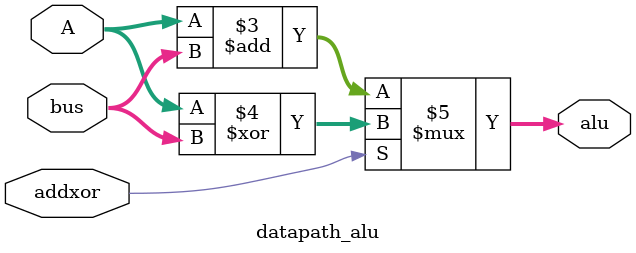
<source format=v>
module datapath_alu(alu, addxor, A, bus);
	input addxor;
	input [15:0] A, bus;
	output reg [15:0] alu;
	always @(addxor, A, bus) begin
		alu <= (addxor == 1'b0) ? A + bus : A ^ bus;
	end
endmodule
</source>
